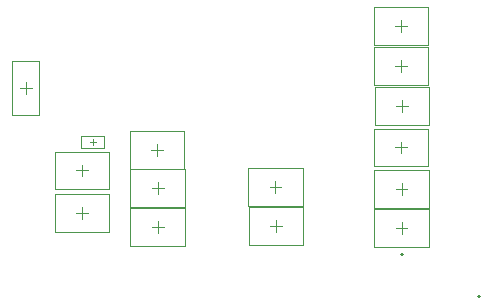
<source format=gbr>
%TF.GenerationSoftware,Altium Limited,CircuitMaker,2.0.2 (2.0.2.40)*%
G04 Layer_Color=15314666*
%FSLAX24Y24*%
%MOIN*%
%TF.SameCoordinates,FDAE7A5D-6217-40FD-BC7F-11D62B7A5D98*%
%TF.FilePolarity,Positive*%
%TF.FileFunction,Other,Courtyard_Top*%
%TF.Part,Single*%
G01*
G75*
%TA.AperFunction,NonConductor*%
%ADD47C,0.0039*%
%ADD828C,0.0020*%
%ADD829C,0.0098*%
D47*
X20187Y15226D02*
Y15423D01*
X20089Y15325D02*
X20285D01*
X30274Y16535D02*
X30668D01*
X30471Y16339D02*
Y16732D01*
X30256Y17854D02*
X30650D01*
X30453Y17657D02*
Y18051D01*
X30244Y15148D02*
X30638D01*
X30441Y14951D02*
Y15344D01*
X30266Y13760D02*
X30659D01*
X30463Y13563D02*
Y13957D01*
X30256Y19193D02*
X30650D01*
X30453Y18996D02*
Y19390D01*
X30266Y12451D02*
X30659D01*
X30463Y12254D02*
Y12648D01*
X22333Y12303D02*
Y12697D01*
X22136Y12500D02*
X22530D01*
X26270Y12323D02*
Y12717D01*
X26073Y12520D02*
X26467D01*
X22323Y14872D02*
Y15266D01*
X22126Y15069D02*
X22520D01*
X26260Y13632D02*
Y14026D01*
X26063Y13829D02*
X26457D01*
X22333Y13602D02*
Y13996D01*
X22136Y13799D02*
X22530D01*
X19823Y14183D02*
Y14577D01*
X19626Y14380D02*
X20020D01*
X19803Y12766D02*
Y13159D01*
X19606Y12963D02*
X20000D01*
X17933Y16939D02*
Y17333D01*
X17736Y17136D02*
X18130D01*
D828*
X20541Y15128D02*
Y15522D01*
X19793Y15128D02*
X20541D01*
X19793D02*
Y15522D01*
X20541D01*
X31376Y15906D02*
Y17165D01*
X29565Y15906D02*
Y17165D01*
Y15906D02*
X31376D01*
X29565Y17165D02*
X31376D01*
X31358Y17224D02*
Y18484D01*
X29547Y17224D02*
Y18484D01*
Y17224D02*
X31358D01*
X29547Y18484D02*
X31358D01*
X31347Y14518D02*
Y15778D01*
X29536Y14518D02*
Y15778D01*
Y14518D02*
X31347D01*
X29536Y15778D02*
X31347D01*
X31368Y13130D02*
Y14390D01*
X29557Y13130D02*
Y14390D01*
Y13130D02*
X31368D01*
X29557Y14390D02*
X31368D01*
X31358Y18563D02*
Y19823D01*
X29547Y18563D02*
Y19823D01*
Y18563D02*
X31358D01*
X29547Y19823D02*
X31358D01*
X31368Y11821D02*
Y13081D01*
X29557Y11821D02*
Y13081D01*
Y11821D02*
X31368D01*
X29557Y13081D02*
X31368D01*
X21427Y11870D02*
X23238D01*
X21427Y13130D02*
X23238D01*
Y11870D02*
Y13130D01*
X21427Y11870D02*
Y13130D01*
X25364Y11890D02*
X27175D01*
X25364Y13150D02*
X27175D01*
Y11890D02*
Y13150D01*
X25364Y11890D02*
Y13150D01*
X21417Y14439D02*
X23228D01*
X21417Y15699D02*
X23228D01*
Y14439D02*
Y15699D01*
X21417Y14439D02*
Y15699D01*
X25354Y14459D02*
X27165D01*
X25354Y13199D02*
X27165D01*
X25354D02*
Y14459D01*
X27165Y13199D02*
Y14459D01*
X21427Y13169D02*
X23238D01*
X21427Y14429D02*
X23238D01*
Y13169D02*
Y14429D01*
X21427Y13169D02*
Y14429D01*
X18917Y13750D02*
X20728D01*
X18917Y15010D02*
X20728D01*
Y13750D02*
Y15010D01*
X18917Y13750D02*
Y15010D01*
X18898Y13593D02*
X20709D01*
X18898Y12333D02*
X20709D01*
X18898D02*
Y13593D01*
X20709Y12333D02*
Y13593D01*
X17480Y18041D02*
X18386D01*
X17480Y16230D02*
X18386D01*
Y18041D01*
X17480Y16230D02*
Y18041D01*
D829*
X33022Y10187D02*
X33031D01*
X30453Y11585D02*
X30463D01*
X30433D02*
X30453D01*
%TF.MD5,d814a70a56a41bfcb56abde1466025f8*%
M02*

</source>
